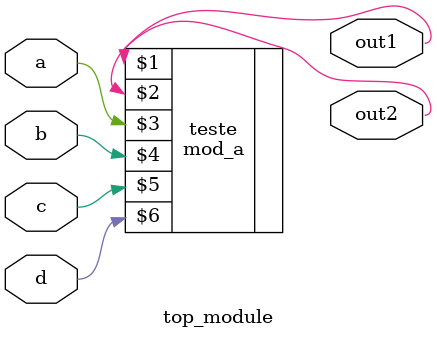
<source format=v>
module top_module ( 
    input a, b, c, d,
    output out1, out2);

mod_a teste (out1, out2, a, b, c, d);

endmodule
</source>
